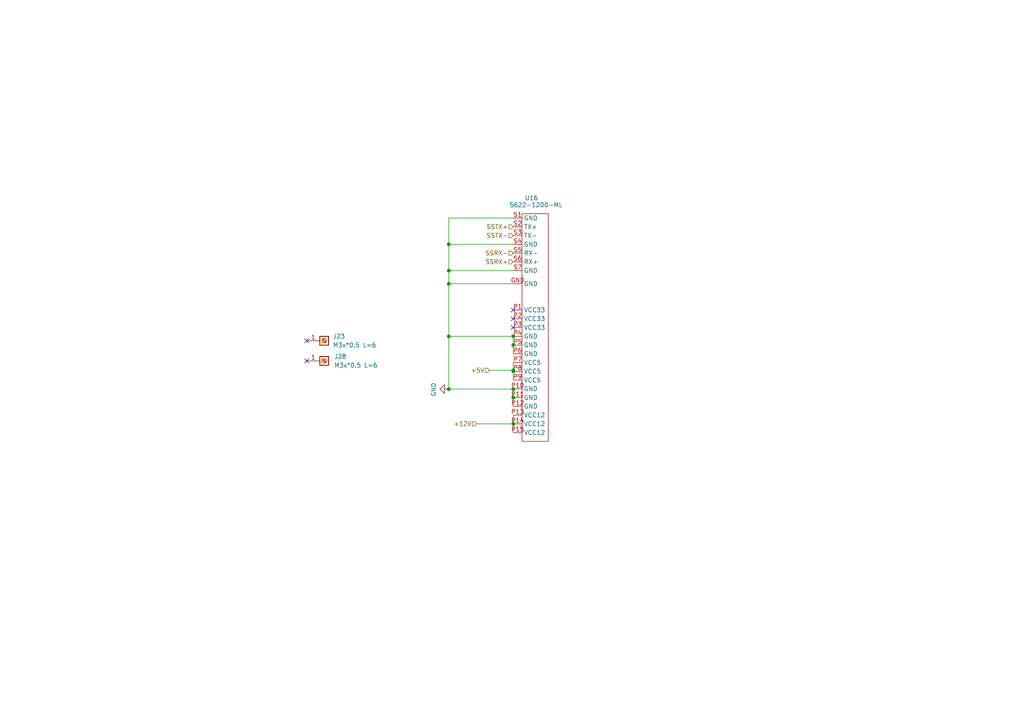
<source format=kicad_sch>
(kicad_sch (version 20230819) (generator eeschema)
  (paper "A4")
  (lib_symbols
    (symbol "Connector:Screw_Terminal_01x01" (pin_names (offset 1.016) hide)
      (property "Reference" "J" (at 0 2.54 0))
      (property "Value" "Screw_Terminal_01x01" (at 0 -2.54 0))
      (symbol "Screw_Terminal_01x01_1_1"
        (rectangle (start -1.27 1.27) (end 1.27 -1.27) (stroke (width 0.254)) (fill (type background)))
        (polyline (pts (xy -0.5334 0.3302) (xy 0.3302 -0.508)) (stroke (width 0.1524)))
        (polyline (pts (xy -0.3556 0.508) (xy 0.508 -0.3302)) (stroke (width 0.1524)))
        (circle (center 0 0) (radius 0.635) (stroke (width 0.1524)))
        (pin passive line (at -5.08 0 0) (length 3.81) (name "Pin_1") (number "1"))
      )
    )
    (symbol "SATA:SATA"
      (property "Reference" "U16" (at -1.8016 9.6551 0))
      (property "Value" "5622-1200-ML" (at 1.5004 7.6231 0))
      (symbol "SATA_0_1"
        (rectangle (start -2.54 5.08) (end 5.08 -60.96))
      )
      (symbol "SATA_1_1"
        (pin input line (at -5.08 -15.24 0) (length 2.54) (name "GND") (number "GND"))
        (pin input line (at -5.08 -22.86 0) (length 2.54) (name "VCC33") (number "P1"))
        (pin input line (at -5.08 -45.72 0) (length 2.54) (name "GND") (number "P10"))
        (pin input line (at -5.08 -48.26 0) (length 2.54) (name "GND") (number "P11"))
        (pin input line (at -5.08 -50.8 0) (length 2.54) (name "GND") (number "P12"))
        (pin input line (at -5.08 -53.34 0) (length 2.54) (name "VCC12") (number "P13"))
        (pin input line (at -5.08 -55.88 0) (length 2.54) (name "VCC12") (number "P14"))
        (pin input line (at -5.08 -58.42 0) (length 2.54) (name "VCC12") (number "P15"))
        (pin input line (at -5.08 -25.4 0) (length 2.54) (name "VCC33") (number "P2"))
        (pin input line (at -5.08 -27.94 0) (length 2.54) (name "VCC33") (number "P3"))
        (pin input line (at -5.08 -30.48 0) (length 2.54) (name "GND") (number "P4"))
        (pin input line (at -5.08 -33.02 0) (length 2.54) (name "GND") (number "P5"))
        (pin input line (at -5.08 -35.56 0) (length 2.54) (name "GND") (number "P6"))
        (pin input line (at -5.08 -38.1 0) (length 2.54) (name "VCC5") (number "P7"))
        (pin input line (at -5.08 -40.64 0) (length 2.54) (name "VCC5") (number "P8"))
        (pin input line (at -5.08 -43.18 0) (length 2.54) (name "VCC5") (number "P9"))
        (pin input line (at -5.08 3.81 0) (length 2.54) (name "GND") (number "S1"))
        (pin input line (at -5.08 1.27 0) (length 2.54) (name "TX+") (number "S2"))
        (pin input line (at -5.08 -1.27 0) (length 2.54) (name "TX-") (number "S3"))
        (pin input line (at -5.08 -3.81 0) (length 2.54) (name "GND") (number "S4"))
        (pin input line (at -5.08 -6.35 0) (length 2.54) (name "RX-") (number "S5"))
        (pin input line (at -5.08 -8.89 0) (length 2.54) (name "RX+") (number "S6"))
        (pin input line (at -5.08 -11.43 0) (length 2.54) (name "GND") (number "S7"))
      )
    )
    (symbol "power:GND" (power) (pin_names (offset 0))
      (property "Value" "GND" (at 0 -3.81 0))
      (symbol "GND_0_1"
        (polyline (pts (xy 0 0) (xy 0 -1.27) (xy 1.27 -1.27) (xy 0 -2.54) (xy -1.27 -1.27) (xy 0 -1.27)))
      )
      (symbol "GND_1_1"
        (pin power_in line (at 0 0 270) (length 0) hide (name "GND") (number "1"))
      )
    )
  )
  (junction (at 148.8676 107.4096))
  (junction (at 130.166 78.4891))
  (junction (at 148.8676 97.5391))
  (junction (at 148.8676 100.0791))
  (junction (at 148.8676 112.8509))
  (junction (at 130.166 70.8691))
  (junction (at 130.166 97.5391))
  (junction (at 130.166 112.8509))
  (junction (at 148.8676 122.9391))
  (junction (at 148.8676 115.3191))
  (junction (at 148.8676 107.6991))
  (junction (at 130.166 82.2991))
  (no_connect (at 88.9553 104.681))
  (no_connect (at 148.8676 94.9991))
  (no_connect (at 148.8676 92.4591))
  (no_connect (at 88.9553 98.8308))
  (no_connect (at 148.8676 89.9191))
  (wire (pts (xy 130.166 112.8509) (xy 148.8676 112.8509)))
  (wire (pts (xy 148.8676 115.3191) (xy 148.8676 117.8591)))
  (wire (pts (xy 148.8676 102.6191) (xy 148.8676 100.0791)))
  (wire (pts (xy 130.166 82.2991) (xy 130.166 97.5391)))
  (wire (pts (xy 148.8676 105.1591) (xy 148.8676 107.4096)))
  (wire (pts (xy 148.8676 112.7791) (xy 148.8676 112.8509)))
  (wire (pts (xy 130.166 97.5391) (xy 130.166 112.8509)))
  (wire (pts (xy 148.8676 107.4096) (xy 148.8676 107.6991)))
  (wire (pts (xy 130.166 78.4891) (xy 130.166 70.8691)))
  (wire (pts (xy 148.8676 120.3991) (xy 148.8676 122.9391)))
  (wire (pts (xy 138.2261 122.9391) (xy 148.8676 122.9391)))
  (wire (pts (xy 130.166 63.2491) (xy 130.166 70.8691)))
  (wire (pts (xy 148.8676 107.4096) (xy 141.9867 107.4096)))
  (wire (pts (xy 148.8676 97.5391) (xy 130.166 97.5391)))
  (wire (pts (xy 148.8676 78.4891) (xy 130.166 78.4891)))
  (wire (pts (xy 148.8676 122.9391) (xy 148.8676 125.4791)))
  (wire (pts (xy 148.8676 112.8509) (xy 148.8676 115.3191)))
  (wire (pts (xy 148.8676 110.2391) (xy 148.8676 107.6991)))
  (wire (pts (xy 130.166 78.4891) (xy 130.166 82.2991)))
  (wire (pts (xy 138.2261 122.9153) (xy 138.2261 122.9391)))
  (wire (pts (xy 148.8676 63.2491) (xy 130.166 63.2491)))
  (wire (pts (xy 130.166 70.8691) (xy 148.8676 70.8691)))
  (wire (pts (xy 148.8676 100.0791) (xy 148.8676 97.5391)))
  (wire (pts (xy 148.8676 82.2991) (xy 130.166 82.2991)))
  (hierarchical_label "SSTX-" (shape input) (at 148.8676 68.3291 180))
  (hierarchical_label "+5V" (shape input) (at 141.9867 107.4096 180))
  (hierarchical_label "SSRX-" (shape input) (at 148.8676 73.4091 180))
  (hierarchical_label "+12V" (shape input) (at 138.2261 122.9153 180))
  (hierarchical_label "SSTX+" (shape input) (at 148.8676 65.7891 180))
  (hierarchical_label "SSRX+" (shape input) (at 148.8676 75.9491 180))
  (symbol (lib_id "Connector:Screw_Terminal_01x01") (at 94.0353 104.681 0) (unit 1)
    (property "Reference" "J28" (at 96.8868 103.4109 0) (effects (justify left)))
    (property "Value" "M3x*0.5 L=6" (at 96.8868 105.9509 0) (effects (justify left)))
    (property "Footprint" "VİA:Screw_terminal_shinbo" (effects hide))
    (property "Description" "Board mounting elevator    M3 hole size, 4 pins PCB-64-M3" (effects hide))
    (instances (project "RP2040_minimal" (path "" (reference "J28") (unit 1)) (path "" (reference "J30") (unit 1))))
  )
  (symbol (lib_id "SATA:SATA") (at 153.9476 67.0591 0) (unit 1)
    (property "Reference" "U16" (at 152.146 57.404 0) (effects (justify left)))
    (property "Value" "5622-1200-ML" (at 155.448 59.436 0))
    (property "Footprint" "SATA_Connector:SATA_Connector_5622-1200-ML" (effects hide))
  )
  (symbol (lib_id "power:GND") (at 130.166 112.8509 270) (unit 1)
    (property "Reference" "#PWR0152" (effects hide))
    (property "Value" "GND" (at 125.7718 112.9779 0))
    (instances (project "RP2040_minimal" (path "" (reference "#PWR0152") (unit 1)) (path "" (reference "#PWR026") (unit 1)) (path "" (reference "#PWR069") (unit 1))))
  )
  (symbol (lib_id "Connector:Screw_Terminal_01x01") (at 94.0353 98.8308 0) (unit 1)
    (property "Reference" "J23" (at 96.52 97.5607 0) (effects (justify left)))
    (property "Value" "M3x*0.5 L=6" (at 96.52 100.1007 0) (effects (justify left)))
    (property "Footprint" "VİA:Screw_terminal_shinbo" (effects hide))
    (property "Description" "Board mounting elevator    M3 hole size, 4 pins PCB-64-M3" (effects hide))
    (instances (project "RP2040_minimal" (path "" (reference "J23") (unit 1)) (path "" (reference "J29") (unit 1))))
  )
)
</source>
